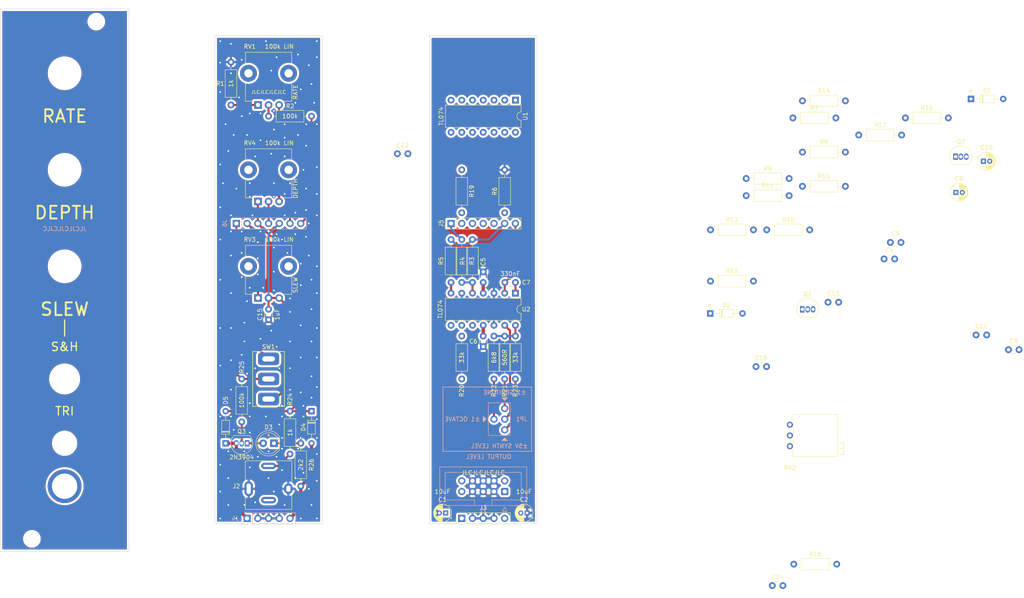
<source format=kicad_pcb>
(kicad_pcb (version 20211014) (generator pcbnew)
  (layers (0 "F.Cu" signal) (31 "B.Cu" signal) (34 "B.Paste" user) (35 "F.Paste" user) (36 "B.SilkS" user "B.Silkscreen") (37 "F.SilkS" user "F.Silkscreen") (38 "B.Mask" user) (39 "F.Mask" user) (44 "Edge.Cuts" user))
  (net 0 "")
  (net 1 "+12V")
  (net 2 "GND")
  (net 3 "-12V")
  (net 4 "/TRI")
  (net 5 "Net-(U1-Pad3)")
  (net 6 "Net-(U1-Pad2)")
  (net 7 "Net-(U1-Pad1)")
  (net 8 "Net-(C8-Pad1)")
  (net 9 "/SQR")
  (net 10 "Net-(U1-Pad5)")
  (net 11 "Net-(U1-Pad6)")
  (net 12 "/SH_TRIG")
  (net 13 "Net-(D2-Pad2)")
  (net 14 "Net-(D3-Pad1)")
  (net 15 "Net-(D3-Pad2)")
  (net 16 "Net-(C12-Pad1)")
  (net 17 "Net-(U1-Pad12)")
  (net 18 "Net-(JP1-Pad1)")
  (net 19 "Net-(JP1-Pad3)")
  (net 20 "Net-(U1-Pad13)")
  (net 21 "/S&H")
  (net 23 "Net-(U2-Pad13)")
  (net 24 "Net-(U1-Pad10)")
  (net 25 "Net-(R1-Pad1)")
  (net 27 "Net-(R2-Pad1)")
  (net 28 "Net-(JP1-Pad2)")
  (net 29 "Net-(Q3-Pad2)")
  (net 30 "Net-(U1-Pad9)")
  (net 31 "/NOISE")
  (net 32 "/SW_OUT")
  (net 33 "/LFO_CTRL")
  (net 34 "/SLEW_OUT")
  (net 35 "/DEPTH_FB")
  (net 36 "/LFO_FB")
  (net 37 "/DEPTH_CTRL")
  (net 38 "Net-(J2-PadT)")
  (net 39 "Net-(R3-Pad2)")
  (net 40 "Net-(R20-Pad1)")
  (footprint "Capacitor_THT:C_Disc_D3.0mm_W1.6mm_P2.50mm" (layer "F.Cu") (at 272.1 94.86)
    (fp_text reference "C13")
    (fp_text value "1uF")
  )
  (footprint "kosmo-lib:Hole_Pot" (layer "F.Cu") (at 91.44 63.5)
    (fp_text reference "H3" hide)
    (fp_text value "Pot")
  )
  (footprint "Capacitor_THT:CP_Radial_D4.0mm_P1.50mm" (layer "F.Cu") (at 200.89 144.78 180)
    (fp_text reference "C2")
    (fp_text value "10uF")
  )
  (footprint "Capacitor_THT:C_Disc_D3.0mm_W1.6mm_P2.50mm" (layer "F.Cu") (at 255.045199 110.11)
    (fp_text reference "C16")
    (fp_text value "100pF")
  )
  (footprint "Resistor_THT:R_Axial_DIN0207_L6.3mm_D2.5mm_P10.16mm_Horizontal" (layer "F.Cu") (at 266.04 47.16)
    (fp_text reference "R14")
    (fp_text value "100k")
  )
  (footprint "kosmo-lib:Hole_Jack_3.5mm" (layer "F.Cu") (at 91.44 138.43)
    (fp_text reference "H7" hide)
    (fp_text value "Jack")
  )
  (footprint "Connector_PinHeader_2.54mm:PinHeader_1x07_P2.54mm_Vertical" (layer "F.Cu") (at 182.88 76.2 90)
    (fp_text reference "J5")
    (fp_text value "B1_SIGNAL")
  )
  (footprint "MountingHole:MountingHole_3.2mm_M3" (layer "F.Cu") (at 83.7 150.9)
    (fp_text reference "H8" hide)
    (fp_text value "M3 Mount")
  )
  (footprint "kosmo-lib:Hole_Pot" (layer "F.Cu") (at 91.44 40.64)
    (fp_text reference "H2" hide)
    (fp_text value "Pot")
  )
  (footprint "kosmo-lib:Hole_Pot" (layer "F.Cu") (at 91.44 86.36)
    (fp_text reference "H4" hide)
    (fp_text value "Pot")
  )
  (footprint "LED_THT:LED_D5.0mm" (layer "F.Cu") (at 140.97 128.27 180)
    (fp_text reference "D3")
    (fp_text value "LED" hide)
  )
  (footprint "Resistor_THT:R_Axial_DIN0207_L6.3mm_D2.5mm_P10.16mm_Horizontal" (layer "F.Cu") (at 187.96 90.17 90)
    (fp_text reference "R4")
    (fp_text value "100k")
  )
  (footprint "kosmo-lib:Switch_SPDT" (layer "F.Cu") (at 139.7 113.03 180)
    (fp_text reference "SW1")
    (fp_text value "SW_SPDT" hide)
  )
  (footprint "Diode_THT:D_DO-34_SOD68_P7.62mm_Horizontal" (layer "F.Cu") (at 244.23 97.51)
    (fp_text reference "D2")
    (fp_text value "1N4148")
  )
  (footprint "Resistor_THT:R_Axial_DIN0207_L6.3mm_D2.5mm_P10.16mm_Horizontal" (layer "F.Cu") (at 252.73 69.61)
    (fp_text reference "R11")
    (fp_text value "100k")
  )
  (footprint "Resistor_THT:R_Axial_DIN0207_L6.3mm_D2.5mm_P10.16mm_Horizontal" (layer "F.Cu") (at 252.73 65.56)
    (fp_text reference "R9")
    (fp_text value "1k")
  )
  (footprint "Package_TO_SOT_THT:TO-92_Inline" (layer "F.Cu") (at 134.62 128.27 180)
    (fp_text reference "Q3")
    (fp_text value "2N3904")
  )
  (footprint "Capacitor_THT:C_Disc_D3.0mm_W1.6mm_P2.50mm" (layer "F.Cu") (at 314.79 106.1)
    (fp_text reference "C9")
    (fp_text value "100pF")
  )
  (footprint "Capacitor_THT:C_Disc_D3.0mm_W1.6mm_P2.50mm" (layer "F.Cu") (at 285.36 84.61)
    (fp_text reference "C4")
    (fp_text value "0.1uF")
  )
  (footprint "Resistor_THT:R_Axial_DIN0207_L6.3mm_D2.5mm_P10.16mm_Horizontal" (layer "F.Cu") (at 147.32 138.43 90)
    (fp_text reference "R26")
    (fp_text value "2k2")
  )
  (footprint "Resistor_THT:R_Axial_DIN0207_L6.3mm_D2.5mm_P10.16mm_Horizontal" (layer "F.Cu") (at 195.58 73.66 90)
    (fp_text reference "R6")
    (fp_text value "100k")
  )
  (footprint "Capacitor_THT:C_Disc_D3.0mm_W1.6mm_P2.50mm" (layer "F.Cu") (at 139.7 99.02 90)
    (fp_text reference "C15")
    (fp_text value "1uF")
  )
  (footprint "Capacitor_THT:C_Disc_D3.0mm_W1.6mm_P2.50mm" (layer "F.Cu") (at 307.13 102.61)
    (fp_text reference "C11")
    (fp_text value "100pF")
  )
  (footprint "Capacitor_THT:CP_Radial_D4.0mm_P1.50mm" (layer "F.Cu") (at 302.354801 68.85)
    (fp_text reference "C8")
    (fp_text value "1uF")
  )
  (footprint "MountingHole:MountingHole_3.2mm_M3" (layer "F.Cu") (at 98.94 28.4)
    (fp_text reference "H1" hide)
    (fp_text value "M3 Mount")
  )
  (footprint "Connector_PinHeader_2.54mm:PinHeader_1x05_P2.54mm_Vertical" (layer "F.Cu") (at 185.42 146.05 90)
    (fp_text reference "J3")
    (fp_text value "B1_POWER")
  )
  (footprint "Diode_THT:D_DO-34_SOD68_P7.62mm_Horizontal" (layer "F.Cu") (at 129.54 128.275 90)
    (fp_text reference "D5")
    (fp_text value "1N4148" hide)
  )
  (footprint "Resistor_THT:R_Axial_DIN0207_L6.3mm_D2.5mm_P10.16mm_Horizontal" (layer "F.Cu") (at 244.28 89.86)
    (fp_text reference "R12")
    (fp_text value "1k")
  )
  (footprint "Capacitor_THT:C_Disc_D3.0mm_W1.6mm_P2.50mm" (layer "F.Cu") (at 286.85 80.7)
    (fp_text reference "C3")
    (fp_text value "0.1uF")
  )
  (footprint "Resistor_THT:R_Axial_DIN0207_L6.3mm_D2.5mm_P10.16mm_Horizontal" (layer "F.Cu") (at 133.35 113.03 -90)
    (fp_text reference "R25")
    (fp_text value "100k")
  )
  (footprint "Resistor_THT:R_Axial_DIN0207_L6.3mm_D2.5mm_P10.16mm_Horizontal" (layer "F.Cu") (at 263.99 156.9)
    (fp_text reference "R18")
    (fp_text value "47k")
  )
  (footprint "Package_TO_SOT_THT:TO-92_Inline" (layer "F.Cu") (at 302.26 60.39)
    (fp_text reference "Q2")
    (fp_text value "J113")
  )
  (footprint "Resistor_THT:R_Axial_DIN0207_L6.3mm_D2.5mm_P10.16mm_Horizontal" (layer "F.Cu") (at 195.58 113.03 90)
    (fp_text reference "R21")
    (fp_text value "560R")
  )
  (footprint "kosmo-lib:Hole_LED_5mm" (layer "F.Cu") (at 91.44 128.27)
    (fp_text reference "H6" hide)
    (fp_text value "LED 5MM")
  )
  (footprint "Potentiometer_THT:Potentiometer_TT_P0915N" (layer "F.Cu") (at 137.2 71)
    (fp_text reference "RV4")
    (fp_text value "100k LIN")
  )
  (footprint "Resistor_THT:R_Axial_DIN0207_L6.3mm_D2.5mm_P10.16mm_Horizontal" (layer "F.Cu") (at 198.12 113.03 90)
    (fp_text reference "R23")
    (fp_text value "33k")
  )
  (footprint "Resistor_THT:R_Axial_DIN0207_L6.3mm_D2.5mm_P10.16mm_Horizontal" (layer "F.Cu") (at 185.42 63.5 -90)
    (fp_text reference "R19")
    (fp_text value "100k")
  )
  (footprint "Capacitor_THT:CP_Radial_D4.0mm_P1.50mm" (layer "F.Cu") (at 181.61 144.78 180)
    (fp_text reference "C1")
    (fp_text value "10uF")
  )
  (footprint "Resistor_THT:R_Axial_DIN0207_L6.3mm_D2.5mm_P10.16mm_Horizontal" (layer "F.Cu") (at 290.4 51.21)
    (fp_text reference "R16")
    (fp_text value "100k")
  )
  (footprint "Capacitor_THT:C_Disc_D3.0mm_W1.6mm_P2.50mm" (layer "F.Cu") (at 170.18 59.69)
    (fp_text reference "C12")
    (fp_text value "1nF")
  )
  (footprint "Potentiometer_THT:Potentiometer_TT_P0915N" (layer "F.Cu") (at 137.2 93.86)
    (fp_text reference "RV3")
    (fp_text value "100k LIN")
  )
  (footprint "Resistor_THT:R_Axial_DIN0207_L6.3mm_D2.5mm_P10.16mm_Horizontal" (layer "F.Cu") (at 263.78 51.21)
    (fp_text reference "R7")
    (fp_text value "100k")
  )
  (footprint "Resistor_THT:R_Axial_DIN0207_L6.3mm_D2.5mm_P10.16mm_Horizontal" (layer "F.Cu") (at 130.81 48.14 90)
    (fp_text reference "R1")
    (fp_text value "1k")
  )
  (footprint "Capacitor_THT:C_Disc_D3.0mm_W1.6mm_P2.50mm" (layer "F.Cu") (at 258.91 161.98)
    (fp_text reference "C14")
    (fp_text value "100pF")
  )
  (footprint "Capacitor_THT:C_Disc_D3.0mm_W1.6mm_P2.50mm" (layer "F.Cu") (at 190.5 105.37 90)
    (fp_text reference "C6")
    (fp_text value "0.1uF" hide)
  )
  (footprint "Diode_THT:D_DO-34_SOD68_P7.62mm_Horizontal" (layer "F.Cu") (at 305.92 46.71)
    (fp_text reference "D1")
    (fp_text value "1N4148")
  )
  (footprint "Resistor_THT:R_Axial_DIN0207_L6.3mm_D2.5mm_P10.16mm_Horizontal" (layer "F.Cu") (at 144.78 120.65 -90)
    (fp_text reference "R24")
    (fp_text value "1k")
  )
  (footprint "Resistor_THT:R_Axial_DIN0207_L6.3mm_D2.5mm_P10.16mm_Horizontal" (layer "F.Cu") (at 185.42 80.01 -90)
    (fp_text reference "R3")
    (fp_text value "100k")
  )
  (footprint "Capacitor_THT:CP_Radial_D4.0mm_P1.50mm" (layer "F.Cu") (at 308.864801 61.46)
    (fp_text reference "C10")
    (fp_text value "1uF")
  )
  (footprint "Package_DIP:DIP-14_W7.62mm" (layer "F.Cu") (at 198.125 47 -90)
    (fp_text reference "U1")
    (fp_text value "TL074")
  )
  (footprint "kosmo-lib:Jack_3.5mm_QingPu_WQP-PJ301BM" (layer "F.Cu") (at 139.7 138.43)
    (fp_text reference "J2")
    (fp_text value "OUTPUT")
  )
  (footprint "Package_TO_SOT_THT:TO-92_Inline" (layer "F.Cu") (at 266 96.54)
    (fp_text reference "Q1")
    (fp_text value "2N3904")
  )
  (footprint "Package_DIP:DIP-14_W7.62mm" (layer "F.Cu") (at 198.12 92.71 -90)
    (fp_text reference "U2")
    (fp_text value "TL074")
  )
  (footprint "Resistor_THT:R_Axial_DIN0207_L6.3mm_D2.5mm_P10.16mm_Horizontal" (layer "F.Cu") (at 182.88 90.17 90)
    (fp_text reference "R5")
    (fp_text value "47k")
  )
  (footprint "Diode_THT:D_DO-34_SOD68_P7.62mm_Horizontal" (layer "F.Cu") (at 149.86 120.65 -90)
    (fp_text reference "D4")
    (fp_text value "1N4148" hide)
  )
  (footprint "kosmo-lib:Hole_Toggle_Switch" (layer "F.Cu") (at 91.44 113.03)
    (fp_text reference "H5" hide)
    (fp_text value "Switch")
  )
  (footprint "Resistor_THT:R_Axial_DIN0207_L6.3mm_D2.5mm_P10.16mm_Horizontal" (layer "F.Cu") (at 257.59 77.71)
    (fp_text reference "R10")
    (fp_text value "100k")
  )
  (footprint "Resistor_THT:R_Axial_DIN0207_L6.3mm_D2.5mm_P10.16mm_Horizontal" (layer "F.Cu") (at 193.04 113.03 90)
    (fp_text reference "R22")
    (fp_text value "6k8")
  )
  (footprint "Resistor_THT:R_Axial_DIN0207_L6.3mm_D2.5mm_P10.16mm_Horizontal" (layer "F.Cu") (at 244.28 77.71)
    (fp_text reference "R13")
    (fp_text value "100k")
  )
  (footprint "Resistor_THT:R_Axial_DIN0207_L6.3mm_D2.5mm_P10.16mm_Horizontal" (layer "F.Cu") (at 266.04 59.31)
    (fp_text reference "R8")
    (fp_text value "100k")
  )
  (footprint "Resistor_THT:R_Axial_DIN0207_L6.3mm_D2.5mm_P10.16mm_Horizontal" (layer "F.Cu") (at 139.7 50.8)
    (fp_text reference "R2")
    (fp_text value "100k")
  )
  (footprint "kosmo-lib:Potentiometer_Trim_Horizontal" (layer "F.Cu") (at 263.07 126.42 180)
    (fp_text reference "RV2")
    (fp_text value "200k")
  )
  (footprint "Capacitor_THT:C_Disc_D3.0mm_W1.6mm_P2.50mm" (layer "F.Cu") (at 198.12 90.17 180)
    (fp_text reference "C7")
    (fp_text value "330nF")
  )
  (footprint "Potentiometer_THT:Potentiometer_TT_P0915N" (layer "F.Cu") (at 137.2 48.14)
    (fp_text reference "RV1")
    (fp_text value "100k LIN")
  )
  (footprint "Resistor_THT:R_Axial_DIN0207_L6.3mm_D2.5mm_P10.16mm_Horizontal" (layer "F.Cu") (at 279.35 55.26)
    (fp_text reference "R17")
    (fp_text value "1M")
  )
  (footprint "Resistor_THT:R_Axial_DIN0207_L6.3mm_D2.5mm_P10.16mm_Horizontal" (layer "F.Cu") (at 266.04 67.41)
    (fp_text reference "R15")
    (fp_text value "33k")
  )
  (footprint "Capacitor_THT:C_Disc_D3.0mm_W1.6mm_P2.50mm" (layer "F.Cu") (at 190.5 90.17 90)
    (fp_text reference "C5")
    (fp_text value "0.1uF" hide)
  )
  (footprint "Resistor_THT:R_Axial_DIN0207_L6.3mm_D2.5mm_P10.16mm_Horizontal" (layer "F.Cu") (at 185.42 102.87 -90)
    (fp_text reference "R20")
    (fp_text value "33k")
  )
  (footprint "kosmo-lib:Jumper_3_to_1" (layer "B.Cu") (at 195.58 120.015 180)
    (fp_text reference "JP1")
    (fp_text value "OUTPUT LEVEL")
  )
  (footprint "Connector_PinSocket_2.54mm:PinSocket_1x07_P2.54mm_Vertical" (layer "B.Cu") (at 132.08 76.2 -90)
    (fp_text reference "J6")
    (fp_text value "B2_SIGNAL")
  )
  (footprint "Connector_PinSocket_2.54mm:PinSocket_1x05_P2.54mm_Vertical" (layer "B.Cu") (at 134.62 146.05 -90)
    (fp_text reference "J4")
    (fp_text value "B2_POWER")
  )
  (footprint "Connector_IDC:IDC-Header_2x05_P2.54mm_Vertical" (layer "B.Cu") (at 195.58 139.7 90)
    (fp_text reference "J1")
    (fp_text value "EURO POWER")
  )
  (gr_line (start 201.93 114.935) (end 180.975 114.935) (layer "B.SilkS") (width 0.15))
  (gr_line (start 201.93 130.175) (end 201.93 114.935) (layer "B.SilkS") (width 0.15))
  (gr_line (start 180.975 114.935) (end 180.975 130.175) (layer "B.SilkS") (width 0.15))
  (gr_line (start 180.975 130.175) (end 201.93 130.175) (layer "B.SilkS") (width 0.15))
  (gr_poly (pts (xy 195.58 118.11) (xy 194.945 117.475) (xy 196.215 117.475)) (layer "B.SilkS") (width 0.15) (fill solid))
  (gr_poly (pts (xy 195.58 127) (xy 196.215 127.635) (xy 194.945 127.635)) (layer "B.SilkS") (width 0.15) (fill solid))
  (gr_poly (pts (xy 191.135 122.555) (xy 190.5 123.19) (xy 190.5 121.92)) (layer "B.SilkS") (width 0.15) (fill solid))
  (gr_line (start 91.44 99.06) (end 91.44 102.87) (layer "F.SilkS") (width 0.3))
  (gr_rect (start 127 31.75) (end 152.4 147.32) (layer "Edge.Cuts") (width 0.1) (fill none))
  (gr_line (start 76.2 25.4) (end 76.2 153.9) (layer "Edge.Cuts") (width 0.1))
  (gr_line (start 106.68 25.4) (end 106.68 153.9) (layer "Edge.Cuts") (width 0.1))
  (gr_line (start 76.2 25.4) (end 106.68 25.4) (layer "Edge.Cuts") (width 0.1))
  (gr_rect (start 177.8 31.75) (end 203.2 147.32) (layer "Edge.Cuts") (width 0.1) (fill none))
  (gr_line (start 106.68 153.9) (end 76.2 153.9) (layer "Edge.Cuts") (width 0.1))
  (gr_text "JLCJLCJLCJLC" (at 91.44 77.47) (layer "B.SilkS") (effects (font (size 1 1)) (justify mirror)))
  (gr_text "±1 OCTAVE" (at 189.865 122.555) (layer "B.SilkS") (effects (font (size 1 1)) (justify left mirror)))
  (gr_text "±1 SEMITONE" (at 195.58 116.205) (layer "B.SilkS") (effects (font (size 1 1)) (justify mirror)))
  (gr_text "±5V SYNTH LEVEL" (at 194.31 128.905) (layer "B.SilkS") (effects (font (size 1 1)) (justify mirror)))
  (gr_text "SLEW" (at 91.44 96.52) (layer "F.SilkS") (effects (font (size 3 3) (thickness 0.45))))
  (gr_text "JLCJLCJLCJLC" (at 190.5 135.255) (layer "F.SilkS") (effects (font (size 1 1))))
  (gr_text "TRI" (at 91.44 120.65) (layer "F.SilkS") (effects (font (size 2 2) (thickness 0.3))))
  (gr_text "JLCJLCJLCJLC" (at 139.7 45.085) (layer "F.SilkS") (effects (font (size 0.8 0.8) (thickness 0.12))))
  (gr_text "RATE" (at 91.44 50.8) (layer "F.SilkS") (effects (font (size 3 3) (thickness 0.45))))
  (gr_text "S&H" (at 91.44 105.41) (layer "F.SilkS") (effects (font (size 2 2) (thickness 0.3))))
  (gr_text "DEPTH" (at 91.44 73.66) (layer "F.SilkS") (effects (font (size 3 3) (thickness 0.45))))
  (segment (start 129.54 128.275) (end 132.075 128.275) (width 0.8) (layer "F.Cu") (net 1))
  (segment (start 132.08 128.27) (end 132.08 143.51) (width 0.8) (layer "F.Cu") (net 1))
  (segment (start 132.075 128.275) (end 132.08 128.27) (width 0.8) (layer "F.Cu") (net 1))
  (segment (start 190.5 92.71) (end 190.5 90.17) (width 0.8) (layer "F.Cu") (net 1))
  (segment (start 132.08 143.51) (end 134.62 146.05) (width 0.8) (layer "F.Cu") (net 1))
  (via (at 128.905 66.675) (size 0.8) (drill 0.4) (layers "F.Cu" "B.Cu") (net 2))
  (via (at 140.97 66.675) (size 0.8) (drill 0.4) (layers "F.Cu" "B.Cu") (net 2))
  (via (at 149.86 112.395) (size 0.8) (drill 0.4) (layers "F.Cu" "B.Cu") (net 2))
  (via (at 146.685 55.245) (size 0.8) (drill 0.4) (layers "F.Cu" "B.Cu") (net 2))
  (via (at 136.525 60.325) (size 0.8) (drill 0.4) (layers "F.Cu" "B.Cu") (net 2))
  (via (at 140.97 49.53) (size 0.8) (drill 0.4) (layers "F.Cu" "B.Cu") (net 2))
  (via (at 141.605 105.41) (size 0.8) (drill 0.4) (layers "F.Cu" "B.Cu") (net 2))
  (via (at 144.78 115.57) (size 0.8) (drill 0.4) (layers "F.Cu" "B.Cu") (net 2))
  (via (at 131.445 125.095) (size 0.8) (drill 0.4) (layers "F.Cu" "B.Cu") (net 2))
  (via (at 146.685 36.195) (size 0.8) (drill 0.4) (layers "F.Cu" "B.Cu") (net 2))
  (via (at 151.13 92.71) (size 0.8) (drill 0.4) (layers "F.Cu" "B.Cu") (net 2))
  (via (at 140.97 87.63) (size 0.8) (drill 0.4) (layers "F.Cu" "B.Cu") (net 2))
  (via (at 146.685 129.54) (size 0.8) (drill 0.4) (layers "F.Cu" "B.Cu") (net 2))
  (via (at 135.255 121.92) (size 0.8) (drill 0.4) (layers "F.Cu" "B.Cu") (net 2))
  (via (at 147.955 121.92) (size 0.8) (drill 0.4) (layers "F.Cu" "B.Cu") (net 2))
  (via (at 147.32 146.05) (size 0.8) (drill 0.4) (layers "F.Cu" "B.Cu") (net 2))
  (via (at 142.875 134.62) (size 0.8) (drill 0.4) (layers "F.Cu" "B.Cu") (net 2))
  (via (at 143.51 142.875) (size 0.8) (drill 0.4) (layers "F.Cu" "B.Cu") (net 2))
  (via (at 151.13 122.555) (size 0.8) (drill 0.4) (layers "F.Cu" "B.Cu") (net 2))
  (via (at 130.81 115.57) (size 0.8) (drill 0.4) (layers "F.Cu" "B.Cu") (net 2))
  (via (at 151.13 130.81) (size 0.8) (drill 0.4) (layers "F.Cu" "B.Cu") (net 2))
  (via (at 140.335 40.005) (size 0.8) (drill 0.4) (layers "F.Cu" "B.Cu") (net 2))
  (via (at 142.875 129.54) (size 0.8) (drill 0.4) (layers "F.Cu" "B.Cu") (net 2))
  (via (at 142.875 80.01) (size 0.8) (drill 0.4) (layers "F.Cu" "B.Cu") (net 2))
  (via (at 139.065 121.92) (size 0.8) (drill 0.4) (layers "F.Cu" "B.Cu") (net 2))
  (via (at 140.335 101.6) (size 0.8) (drill 0.4) (layers "F.Cu" "B.Cu") (net 2))
  (via (at 133.35 78.105) (size 0.8) (drill 0.4) (layers "F.Cu" "B.Cu") (net 2))
  (via (at 128.27 139.7) (size 0.8) (drill 0.4) (layers "F.Cu" "B.Cu") (net 2))
  (via (at 131.445 55.245) (size 0.8) (drill 0.4) (layers "F.Cu" "B.Cu") (net 2))
  (via (at 132.08 67.945) (size 0.8) (drill 0.4) (layers "F.Cu" "B.Cu") (net 2))
  (via (at 130.175 130.175) (size 0.8) (drill 0.4) (layers "F.Cu" "B.Cu") (net 2))
  (via (at 151.13 86.36) (size 0.8) (drill 0.4) (layers "F.Cu" "B.Cu") (net 2))
  (via (at 144.78 66.675) (size 0.8) (drill 0.4) (layers "F.Cu" "B.Cu") (net 2))
  (via (at 133.35 88.9) (size 0.8) (drill 0.4) (layers "F.Cu" "B.Cu") (net 2))
  (via (at 149.86 104.14) (size 0.8) (drill 0.4) (layers "F.Cu" "B.Cu") (net 2))
  (via (at 133.35 50.8) (size 0.8) (drill 0.4) (layers "F.Cu" "B.Cu") (net 2))
  (via (at 151.13 137.16) (size 0.8) (drill 0.4) (layers "F.Cu" "B.Cu") (net 2))
  (via (at 144.145 83.185) (size 0.8) (drill 0.4) (layers "F.Cu" "B.Cu") (net 2))
  (via (at 128.27 146.05) (size 0.8) (drill 0.4) (layers "F.Cu" "B.Cu") (net 2))
  (via (at 146.05 47.625) (size 0.8) (drill 0.4) (layers "F.Cu" "B.Cu") (net 2))
  (via (at 135.255 50.165) (size 0.8) (drill 0.4) (layers "F.Cu" "B.Cu") (net 2))
  (via (at 147.32 107.95) (size 0.8) (drill 0.4) (layers "F.Cu" "B.Cu") (net 2))
  (via (at 135.255 133.985) (size 0.8) (drill 0.4) (layers "F.Cu" "B.Cu") (net 2))
  (via (at 135.255 69.85) (size 0.8) (drill 0.4) (layers "F.Cu" "B.Cu") (net 2))
  (via (at 135.255 118.745) (size 0.8) (drill 0.4) (layers "F.Cu" "B.Cu") (net 2))
  (via (at 144.78 97.155) (size 0.8) (drill 0.4) (layers "F.Cu" "B.Cu") (net 2))
  (via (at 130.81 33.655) (size 0.8) (drill 0.4) (layers "F.Cu" "B.Cu") (net 2))
  (via (at 151.13 36.83) (size 0.8) (drill 0.4) (layers "F.Cu" "B.Cu") (net 2))
  (via (at 136.525 110.49) (size 0.8) (drill 0.4) (layers "F.Cu" "B.Cu") (net 2))
  (via (at 139.7 126.365) (size 0.8) (drill 0.4) (layers "F.Cu" "B.Cu") (net 2))
  (via (at 134.62 94.615) (size 0.8) (drill 0.4) (layers "F.Cu" "B.Cu") (net 2))
  (via (at 142.24 123.825) (size 0.8) (drill 0.4) (layers "F.Cu" "B.Cu") (net 2))
  (via (at 128.27 80.01) (size 0.8) (drill 0.4) (layers "F.Cu" "B.Cu") (net 2))
  (via (at 128.27 109.855) (size 0.8) (drill 0.4) (layers "F.Cu" "B.Cu") (net 2))
  (via (at 128.27 89.535) (size 0.8) (drill 0.4) (layers "F.Cu" "B.Cu") (net 2))
  (via (at 141.605 131.445) (size 0.8) (drill 0.4) (layers "F.Cu" "B.Cu") (net 2))
  (via (at 140.97 92.075) (size 0.8) (drill 0.4) (layers "F.Cu" "B.Cu") (net 2))
  (via (at 149.86 96.52) (size 0.8) (drill 0.4) (layers "F.Cu" "B.Cu") (net 2))
  (via (at 147.955 119.38) (size 0.8) (drill 0.4) (layers "F.Cu" "B.Cu") (net 2))
  (via (at 136.525 142.24) (size 0.8) (drill 0.4) (layers "F.Cu" "B.Cu") (net 2))
  (via (at 137.795 78.105) (size 0.8) (drill 0.4) (layers "F.Cu" "B.Cu") (net 2))
  (via (at 130.175 136.525) (size 0.8) (drill 0.4) (layers "F.Cu" "B.Cu") (net 2))
  (via (at 130.175 59.055) (size 0.8) (drill 0.4) (layers "F.Cu" "B.Cu") (net 2))
  (via (at 151.13 127) (size 0.8) (drill 0.4) (layers "F.Cu" "B.Cu") (net 2))
  (via (at 139.7 136.525) (size 0.8) (drill 0.4) (layers "F.Cu" "B.Cu") (net 2))
  (via (at 137.16 88.265) (size 0.8) (drill 0.4) (layers "F.Cu" "B.Cu") (net 2))
  (via (at 148.59 67.945) (size 0.8) (drill 0.4) (layers "F.Cu" "B.Cu") (net 2))
  (via (at 149.225 83.82) (size 0.8) (drill 0.4) (layers "F.Cu" "B.Cu") (net 2))
  (via (at 135.255 91.44) (size 0.8) (drill 0.4) (layers "F.Cu" "B.Cu") (net 2))
  (via (at 129.54 52.705) (size 0.8) (drill 0.4) (layers "F.Cu" "B.Cu") (net 2))
  (via (at 130.81 74.295) (size 0.8) (drill 0.4) (layers "F.Cu" "B.Cu") (net 2))
  (via (at 146.05 136.525) (size 0.8) (drill 0.4) (layers "F.Cu" "B.Cu") (net 2))
  (via (at 146.05 73.66) (size 0.8) (drill 0.4) (layers "F.Cu" "B.Cu") (net 2))
  (via (at 134.62 55.245) (size 0.8) (drill 0.4) (layers "F.Cu" "B.Cu") (net 2))
  (via (at 149.225 139.065) (size 0.8) (drill 0.4) (layers "F.Cu" "B.Cu") (net 2))
  (via (at 128.27 33.02) (size 0.8) (drill 0.4) (layers "F.Cu" "B.Cu") (net 2))
  (via (at 151.13 62.865) (size 0.8) (drill 0.4) (layers "F.Cu" "B.Cu") (net 2))
  (via (at 133.35 37.465) (size 0.8) (drill 0.4) (layers "F.Cu" "B.Cu") (net 2))
  (via (at 147.32 100.33) (size 0.8) (drill 0.4) (layers "F.Cu" "B.Cu") (net 2))
  (via (at 130.81 83.82) (size 0.8) (drill 0.4) (layers "F.Cu" "B.Cu") (net 2))
  (via (at 137.795 56.515) (size 0.8) (drill 0.4) (layers "F.Cu" "B.Cu") (net 2))
  (via (at 148.59 73.025) (size 0.8) (drill 0.4) (layers "F.Cu" "B.Cu") (net 2))
  (via (at 137.16 131.445) (size 0.8) (drill 0.4) (layers "F.Cu" "B.Cu") (net 2))
  (via (at 151.13 52.705) (size 0.8) (drill 0.4) (layers "F.Cu" "B.Cu") (net 2))
  (via (at 128.27 45.085) (size 0.8) (drill 0.4) (layers "F.Cu" "B.Cu") (net 2))
  (via (at 135.255 66.675) (size 0.8) (drill 0.4) (layers "F.Cu" "B.Cu") (net 2))
  (via (at 137.795 103.505) (size 0.8) (drill 0.4) (layers "F.Cu" "B.Cu") (net 2))
  (via (at 151.13 33.02) (size 0.8) (drill 0.4) (layers "F.Cu" "B.Cu") (net 2))
  (via (at 143.51 69.215) (size 0.8) (drill 0.4) (layers "F.Cu" "B.Cu") (net 2))
  (via (at 132.715 46.355) (size 0.8) (drill 0.4) (layers "F.Cu" "B.Cu") (net 2))
  (via (at 143.51 74.295) (size 0.8) (drill 0.4) (layers "F.Cu" "B.Cu") (net 2))
  (via (at 144.78 104.14) (size 0.8) (drill 0.4) (layers "F.Cu" "B.Cu") (net 2))
  (via (at 149.225 38.735) (size 0.8) (drill 0.4) (layers "F.Cu" "B.Cu") (net 2))
  (via (at 147.32 127) (size 0.8) (drill 0.4) (layers "F.Cu" "B.Cu") (net 2))
  (via (at 149.86 117.475) (size 0.8) (drill 0.4) (layers "F.Cu" "B.Cu") (net 2))
  (via (at 149.86 43.18) (size 0.8) (drill 0.4) (layers "F.Cu" "B.Cu") (net 2))
  (via (at 133.35 107.315) (size 0.8) (drill 0.4) (layers "F.Cu" "B.Cu") (net 2))
  (via (at 149.225 76.2) (size 0.8) (drill 0.4) (layers "F.Cu" "B.Cu") (net 2))
  (via (at 141.605 78.74) (size 0.8) (drill 0.4) (layers "F.Cu" "B.Cu") (net 2))
  (via (at 137.16 84.455) (size 0.8) (drill 0.4) (layers "F.Cu" "B.Cu") (net 2))
  (via (at 140.97 69.85) (size 0.8) (drill 0.4) (layers "F.Cu" "B.Cu") (net 2))
  (via (at 128.27 100.965) (size 0.8) (drill 0.4) (layers "F.Cu" "B.Cu") (net 2))
  (via (at 143.51 60.325) (size 0.8) (drill 0.4) (layers "F.Cu" "B.Cu") (net 2))
  (via (at 148.59 52.705) (size 0.8) (drill 0.4) (layers "F.Cu" "B.Cu") (net 2))
  (via (at 142.875 121.92) (size 0.8) (drill 0.4) (layers "F.Cu" "B.Cu") (net 2))
  (via (at 132.08 146.05) (size 0.8) (drill 0.4) (layers "F.Cu" "B.Cu") (net 2))
  (via (at 148.59 79.375) (size 0.8) (drill 0.4) (layers "F.Cu" "B.Cu") (net 2))
  (via (at 135.89 74.295) (size 0.8) (drill 0.4) (layers "F.Cu" "B.Cu") (net 2))
  (via (at 151.13 100.965) (size 0.8) (drill 0.4) (layers "F.Cu" "B.Cu") (net 2))
  (via (at 134.62 111.76) (size 0.8) (drill 0.4) (layers "F.Cu" "B.Cu") (net 2))
  (via (at 128.27 38.1) (size 0.8) (drill 0.4) (layers "F.Cu" "B.Cu") (net 2))
  (via (at 143.51 52.705) (size 0.8) (drill 0.4) (layers "F.Cu" "B.Cu") (net 2))
  (via (at 130.81 78.105) (size 0.8) (drill 0.4) (layers "F.Cu" "B.Cu") (net 2))
  (via (at 149.86 142.875) (size 0.8) (drill 0.4) (layers "F.Cu" "B.Cu") (net 2))
  (via (at 130.81 100.965) (size 0.8) (drill 0.4) (layers "F.Cu" "B.Cu") (net 2))
  (via (at 141.605 36.83) (size 0.8) (drill 0.4) (layers "F.Cu" "B.Cu") (net 2))
  (via (at 147.955 63.5) (size 0.8) (drill 0.4) (layers "F.Cu" "B.Cu") (net 2))
  (via (at 147.32 85.725) (size 0.8) (drill 0.4) (layers "F.Cu" "B.Cu") (net 2))
  (via (at 151.13 74.295) (size 0.8) (drill 0.4) (layers "F.Cu" "B.Cu") (net 2))
  (via (at 144.78 93.98) (size 0.8) (drill 0.4) (layers "F.Cu" "B.Cu") (net 2))
  (via (at 143.51 55.88) (size 0.8) (drill 0.4) (layers "F.Cu" "B.Cu") (net 2))
  (via (at 130.81 108.585) (size 0.8) (drill 0.4) (layers "F.Cu" "B.Cu") (net 2))
  (via (at 137.16 80.645) (size 0.8) (drill 0.4) (layers "F.Cu" "B.Cu") (net 2))
  (via (at 140.335 59.69) (size 0.8) (drill 0.4) (layers "F.Cu" "B.Cu") (net 2))
  (via (at 149.86 89.535) (size 0.8) (drill 0.4) (layers "F.Cu" "B.Cu") (net 2))
  (via (at 150.495 47.625) (size 0.8) (drill 0.4) (layers "F.Cu" "B.Cu") (net 2))
  (via (at 147.32 44.45) (size 0.8) (drill 0.4) (layers "F.Cu" "B.Cu") (net 2))
  (via (at 130.81 40.64) (size 0.8) (drill 0.4) (layers "F.Cu" "B.Cu") (net 2))
  (via (at 133.985 99.695) (size 0.8) (drill 0.4) (layers "F.Cu" "B.Cu") (net 2))
  (via (at 128.27 62.23) (size 0.8) (drill 0.4) (layers "F.Cu" "B.Cu") (net 2))
  (via (at 139.7 130.175) (size 0.8) (drill 0.4) (layers "F.Cu" "B.Cu") (net 2))
  (via (at 130.175 142.875) (size 0.8) (drill 0.4) (layers "F.Cu" "B.Cu") (net 2))
  (via (at 148.59 57.785) (size 0.8) (drill 0.4) (layers "F.Cu" "B.Cu") (net 2))
  (via (at 133.985 130.175) (size 0.8) (drill 0.4) (layers "F.Cu" "B.Cu") (net 2))
  (via (at 128.27 72.39) (size 0.8) (drill 0.4) (layers "F.Cu" "B.Cu") (net 2))
  (via (at 138.43 91.44) (size 0.8) (drill 0.4) (layers "F.Cu" "B.Cu") (net 2))
  (via (at 128.27 133.35) (size 0.8) (drill 0.4) (layers "F.Cu" "B.Cu") (net 2))
  (via (at 128.27 121.92) (size 0.8) (drill 0.4) (layers "F.Cu" "B.Cu") (net 2))
  (via (at 137.795 50.165) (size 0.8) (drill 0.4) (layers "F.Cu" "B.Cu") (net 2))
  (via (at 147.955 135.255) (size 0.8) (drill 0.4) (layers "F.Cu" "B.Cu") (net 2))
  (via (at 151.13 146.05) (size 0.8) (drill 0.4) (layers "F.Cu" "B.Cu") (net 2))
  (via (at 130.81 121.92) (size 0.8) (drill 0.4) (layers "F.Cu" "B.Cu") (net 2))
  (via (at 135.255 125.73) (size 0.8) (drill 0.4) (layers "F.Cu" "B.Cu") (net 2))
  (via (at 147.32 90.805) (size 0.8) (drill 0.4) (layers "F.Cu" "B.Cu") (net 2))
  (via (at 146.05 78.74) (size 0.8) (drill 0.4) (layers "F.Cu" "B.Cu") (net 2))
  (via (at 133.985 104.14) (size 0.8) (drill 0.4) (layers "F.Cu" "B.Cu") (net 2))
  (via (at 147.32 116.205) (size 0.8) (drill 0.4) (layers "F.Cu" "B.Cu") (net 2))
  (via (at 140.97 81.915) (size 0.8) (drill 0.4) (layers "F.Cu" "B.Cu") (net 2))
  (via (at 139.065 33.02) (size 0.8) (drill 0.4) (layers "F.Cu" "B.Cu") (net 2))
  (via (at 133.35 83.185) (size 0.8) (drill 0.4) (layers "F.Cu" "B.Cu") (net 2))
  (via (at 151.13 114.935) (size 0.8) (drill 0.4) (layers "F.Cu" "B.Cu") (net 2))
  (via (at 142.24 110.49) (size 0.8) (drill 0.4) (layers "F.Cu" "B.Cu") (net 2))
  (via (at 151.13 69.215) (size 0.8) (drill 0.4) (layers "F.Cu" "B.Cu") (net 2))
  (via (at 142.875 119.38) (size 0.8) (drill 0.4) (layers "F.Cu" "B.Cu") (net 2))
  (via (at 144.78 110.49) (size 0.8) (drill 0.4) (layers "F.Cu" "B.Cu") (net 2))
  (via (at 133.985 142.875) (size 0.8) (drill 0.4) (layers "F.Cu" "B.Cu") (net 2))
  (via (at 140.97 139.7) (size 0.8) (drill 0.4) (layers "F.Cu" "B.Cu") (net 2))
  (via (at 151.13 107.95) (size 0.8) (drill 0.4) (layers "F.Cu" "B.Cu") (net 2))
  (via (at 140.97 53.975) (size 0.8) (drill 0.4) (layers "F.Cu" "B.Cu") (net 2))
  (via (at 130.81 92.71) (size 0.8) (drill 0.4) (layers "F.Cu" "B.Cu") (net 2))
  (via (at 142.875 127) (size 0.8) (drill 0.4) (layers "F.Cu" "B.Cu") (net 2))
  (segment (start 147.32 143.51) (end 144.78 146.05) (width 0.8) (layer "F.Cu") (net 3))
  (segment (start 190.5 100.33) (end 190.5 102.87) (width 0.8) (layer "F.Cu") (net 3))
  (segment (start 149.86 128.27) (end 149.86 135.89) (width 0.8) (layer "F.Cu") (net 3))
  (segment (start 149.86 135.89) (end 147.32 138.43) (width 0.8) (layer "F.Cu") (net 3))
  (segment (start 147.32 138.43) (end 147.32 143.51) (width 0.8) (layer "F.Cu") (net 3))
  (segment (start 198.12 92.71) (end 198.12 90.17) (width 0.5) (layer "F.Cu") (net 4))
  (segment (start 132.08 100.66) (end 139.7 108.28) (width 0.5) (layer "F.Cu") (net 4))
  (segment (start 132.08 76.2) (end 132.08 100.66) (width 0.5) (layer "F.Cu") (net 4))
  (segment (start 182.88 76.2) (end 182.88 77.47) (width 0.5) (layer "B.Cu") (net 4))
  (segment (start 182.88 77.47) (end 185.42 80.01) (width 0.5) (layer "B.Cu") (net 4))
  (segment (start 182.88 92.71) (end 182.88 90.17) (width 0.5) (layer "F.Cu") (net 9))
  (segment (start 147.32 128.27) (end 140.97 128.27) (width 0.5) (layer "F.Cu") (net 14))
  (segment (start 138.43 128.27) (end 134.62 128.27) (width 0.5) (layer "F.Cu") (net 15))
  (segment (start 195.58 120.015) (end 195.58 113.03) (width 0.5) (layer "F.Cu") (net 18))
  (segment (start 195.58 125.095) (end 198.12 122.555) (width 0.5) (layer "F.Cu") (net 19))
  (segment (start 198.12 122.555) (end 198.12 113.03) (width 0.5) (layer "F.Cu") (net 19))
  (segment (start 137.2 90.17) (end 138.43 88.94) (width 0.5) (layer "F.Cu") (net 21))
  (segment (start 138.43 80.01) (end 134.62 76.2) (width 0.5) (layer "F.Cu") (net 21))
  (segment (start 138.43 88.94) (end 138.43 80.01) (width 0.5) (layer "F.Cu") (net 21))
  (segment (start 137.2 93.86) (end 137.2 90.17) (width 0.5) (layer "F.Cu") (net 21))
  (segment (start 196.829511 119.426724) (end 196.879511 119.476724) (width 0.5) (layer "F.Cu") (net 23))
  (segment (start 196.879511 121.255489) (end 195.58 122.555) (width 0.5) (layer "F.Cu") (net 23))
  (segment (start 196.829511 101.579511) (end 196.829511 119.426724) (width 0.5) (layer "F.Cu") (net 23))
  (segment (start 195.58 100.33) (end 196.829511 101.579511) (width 0.5) (layer "F.Cu") (net 23))
  (segment (start 196.879511 119.476724) (end 196.879511 121.255489) (width 0.5) (layer "F.Cu") (net 23))
  (segment (start 137.2 48.14) (end 130.81 48.14) (width 0.5) (layer "F.Cu") (net 25))
  (segment (start 139.7 48.14) (end 139.7 50.8) (width 0.5) (layer "F.Cu") (net 27))
  (segment (start 193.04 113.03) (end 193.04 122.555) (width 0.5) (layer "F.Cu") (net 28))
  (segment (start 133.35 123.19) (end 133.35 128.27) (width 0.5) (layer "F.Cu") (net 29))
  (segment (start 129.54 73.66) (end 129.54 109.22) (width 0.5) (layer "F.Cu") (net 32))
  (segment (start 142.2 71) (end 142.2 69.89) (width 0.5) (layer "F.Cu") (net 32))
  (segment (start 142.24 70.54) (end 142.2 70.5) (width 0.5) (layer "F.Cu") (net 32))
  (segment (start 140.97 68.58) (end 134.62 68.58) (width 0.5) (layer "F.Cu") (net 32))
  (segment (start 142.24 69.85) (end 140.97 68.58) (width 0.5) (layer "F.Cu") (net 32))
  (segment (start 142.2 69.89) (end 142.24 69.85) (width 0.5) (layer "F.Cu") (net 32))
  (segment (start 129.54 109.22) (end 133.35 113.03) (width 0.5) (layer "F.Cu") (net 32))
  (segment (start 134.62 68.58) (end 129.54 73.66) (width 0.5) (layer "F.Cu") (net 32))
  (segment (start 139.7 113.03) (end 133.35 113.03) (width 0.5) (layer "F.Cu") (net 32))
  (segment (start 149.86 73.66) (end 147.32 76.2) (width 0.5) (layer "F.Cu") (net 33))
  (segment (start 195.58 90.21) (end 195.62 90.17) (width 0.5) (layer "F.Cu") (net 33))
  (segment (start 198.12 76.2) (end 198.12 87.67) (width 0.5) (layer "F.Cu") (net 33))
  (segment (start 149.86 50.8) (end 149.86 73.66) (width 0.5) (layer "F.Cu") (net 33))
  (segment (start 195.58 92.71) (end 195.58 90.21) (width 0.5) (layer "F.Cu") (net 33))
  (segment (start 198.12 87.67) (end 195.62 90.17) (width 0.5) (layer "F.Cu") (net 33))
  (segment (start 143.51 115.57) (end 143.51 95.17) (width 0.5) (layer "F.Cu") (net 34))
  (segment (start 141.3 117.78) (end 143.51 115.57) (width 0.5) (layer "F.Cu") (net 34))
  (segment (start 139.7 93.86) (end 139.7 96.52) (width 0.5) (layer "F.Cu") (net 34))
  (segment (start 143.51 95.17) (end 142.2 93.86) (width 0.5) (layer "F.Cu") (net 34))
  (segment (start 139.7 117.78) (end 141.3 117.78) (width 0.5) (layer "F.Cu") (net 34))
  (segment (start 142.2 93.86) (end 139.7 93.86) (width 0.5) (layer "F.Cu") (net 34))
  (segment (start 139.7 78.74) (end 139.7 93.86) (width 0.5) (layer "B.Cu") (net 34))
  (segment (start 142.24 76.2) (end 139.7 78.74) (width 0.5) (layer "B.Cu") (net 34))
  (segment (start 144.78 120.65) (end 149.86 120.65) (width 0.5) (layer "F.Cu") (net 35))
  (segment (start 137.16 71.04) (end 137.2 71) (width 0.5) (layer "F.Cu") (net 35))
  (segment (start 137.16 76.2) (end 142.24 81.28) (width 0.5) (layer "F.Cu") (net 35))
  (segment (start 144.78 120.65) (end 129.545 120.65) (width 0.5) (layer "F.Cu") (net 35))
  (segment (start 148.59 85.09) (end 148.59 116.84) (width 0.5) (layer "F.Cu") (net 35))
  (segment (start 142.24 81.28) (end 144.78 81.28) (width 0.5) (layer "F.Cu") (net 35))
  (segment (start 144.78 81.28) (end 148.59 85.09) (width 0.5) (layer "F.Cu") (net 35))
  (segment (start 148.59 116.84) (end 144.78 120.65) (width 0.5) (layer "F.Cu") (net 35))
  (segment (start 129.545 120.65) (end 129.54 120.655) (width 0.5) (layer "F.Cu") (net 35))
  (segment (start 198.12 100.33) (end 198.12 102.87) (width 0.5) (layer "F.Cu") (net 35))
  (segment (start 137.16 76.2) (end 137.16 71.04) (width 0.5) (layer "F.Cu") (net 35))
  (segment (start 193.04 102.87) (end 198.12 102.87) (width 0.5) (layer "B.Cu") (net 35))
  (segment (start 142.2 61) (end 141.3 61.9) (width 0.5) (layer "F.Cu") (net 36))
  (segment (start 141.3 61.9) (end 141.3 65.1) (width 0.5) (layer "F.Cu") (net 36))
  (segment (start 141.3 65.1) (end 144.78 68.58) (width 0.5) (layer "F.Cu") (net 36))
  (segment (start 144.78 68.58) (end 144.78 76.2) (width 0.5) (layer "F.Cu") (net 36))
  (segment (start 142.2 48.14) (end 142.2 61) (width 0.5) (layer "F.Cu") (net 36))
  (segment (start 184.129511 81.259511) (end 186.710489 81.259511) (width 0.5) (layer "B.Cu") (net 36))
  (segment (start 186.710489 81.259511) (end 187.96 80.01) (width 0.5) (layer "B.Cu") (net 36))
  (segment (start 182.88 80.01) (end 184.129511 81.259511) (width 0.5) (layer "B.Cu") (net 36))
  (segment (start 191.77 80.01) (end 187.96 80.01) (width 0.5) (layer "B.Cu") (net 36))
  (segment (start 195.58 76.2) (end 191.77 80.01) (width 0.5) (layer "B.Cu") (net 36))
  (segment (start 139.7 76.2) (end 139.7 71) (width 0.5) (layer "F.Cu") (net 37))
  (segment (start 141.96 133.63) (end 144.78 130.81) (width 0.5) (layer "F.Cu") (net 38))
  (segment (start 139.7 133.63) (end 141.96 133.63) (width 0.5) (layer "F.Cu") (net 38))
  (segment (start 187.96 92.71) (end 187.96 90.17) (width 0.5) (layer "F.Cu") (net 39))
  (segment (start 185.42 90.17) (end 187.96 90.17) (width 0.5) (layer "B.Cu") (net 39))
  (zone (net 2) (net_name "GND") (layers F&B.Cu) (connect_pads (clearance 0.508)) (min_thickness 0.254) (fill yes (thermal_gap 0.508) (thermal_bridge_width 0.508))
    (polygon (pts (xy 203.2 147.32) (xy 177.8 147.32) (xy 177.8 31.75) (xy 203.2 31.75)))
  )
  (zone (net 2) (net_name "GND") (layers F&B.Cu) (connect_pads (clearance 0.508)) (min_thickness 0.254) (fill yes (thermal_gap 0.508) (thermal_bridge_width 0.508))
    (polygon (pts (xy 152.4 147.32) (xy 127 147.32) (xy 127 31.75) (xy 152.4 31.75)))
  )
  (zone (net 0) (net_name "") (layers F&B.Cu) (connect_pads (clearance 0.508)) (min_thickness 0.254) (fill yes (thermal_gap 0.508) (thermal_bridge_width 0.508))
    (polygon (pts (xy 106.68 153.9) (xy 76.2 153.9) (xy 76.2 25.4) (xy 106.68 25.4)))
  )
)
</source>
